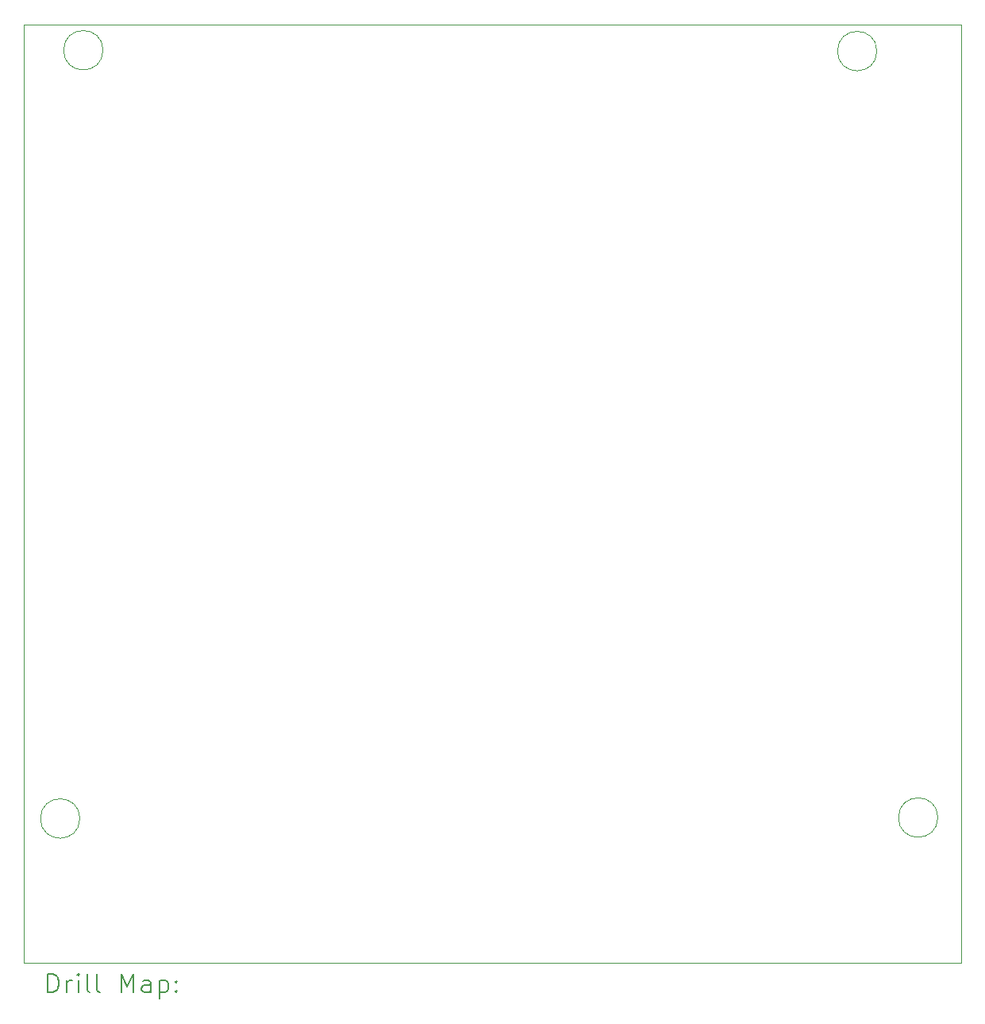
<source format=gbr>
%TF.GenerationSoftware,KiCad,Pcbnew,9.0.0*%
%TF.CreationDate,2025-04-11T05:48:36+10:00*%
%TF.ProjectId,Cable Tester,4361626c-6520-4546-9573-7465722e6b69,rev?*%
%TF.SameCoordinates,Original*%
%TF.FileFunction,Drillmap*%
%TF.FilePolarity,Positive*%
%FSLAX45Y45*%
G04 Gerber Fmt 4.5, Leading zero omitted, Abs format (unit mm)*
G04 Created by KiCad (PCBNEW 9.0.0) date 2025-04-11 05:48:36*
%MOMM*%
%LPD*%
G01*
G04 APERTURE LIST*
%ADD10C,0.050000*%
%ADD11C,0.200000*%
G04 APERTURE END LIST*
D10*
X4341400Y-12197976D02*
G75*
G02*
X3921400Y-12197976I-210000J0D01*
G01*
X3921400Y-12197976D02*
G75*
G02*
X4341400Y-12197976I210000J0D01*
G01*
X4588468Y-4009842D02*
G75*
G02*
X4168468Y-4009842I-210000J0D01*
G01*
X4168468Y-4009842D02*
G75*
G02*
X4588468Y-4009842I210000J0D01*
G01*
X13493625Y-12187934D02*
G75*
G02*
X13073625Y-12187934I-210000J0D01*
G01*
X13073625Y-12187934D02*
G75*
G02*
X13493625Y-12187934I210000J0D01*
G01*
X3742500Y-3737500D02*
X13742500Y-3737500D01*
X13742500Y-13737500D01*
X3742500Y-13737500D01*
X3742500Y-3737500D01*
X12843311Y-4019000D02*
G75*
G02*
X12423311Y-4019000I-210000J0D01*
G01*
X12423311Y-4019000D02*
G75*
G02*
X12843311Y-4019000I210000J0D01*
G01*
D11*
X4000777Y-14051484D02*
X4000777Y-13851484D01*
X4000777Y-13851484D02*
X4048396Y-13851484D01*
X4048396Y-13851484D02*
X4076967Y-13861008D01*
X4076967Y-13861008D02*
X4096015Y-13880055D01*
X4096015Y-13880055D02*
X4105539Y-13899103D01*
X4105539Y-13899103D02*
X4115062Y-13937198D01*
X4115062Y-13937198D02*
X4115062Y-13965769D01*
X4115062Y-13965769D02*
X4105539Y-14003865D01*
X4105539Y-14003865D02*
X4096015Y-14022912D01*
X4096015Y-14022912D02*
X4076967Y-14041960D01*
X4076967Y-14041960D02*
X4048396Y-14051484D01*
X4048396Y-14051484D02*
X4000777Y-14051484D01*
X4200777Y-14051484D02*
X4200777Y-13918150D01*
X4200777Y-13956246D02*
X4210301Y-13937198D01*
X4210301Y-13937198D02*
X4219824Y-13927674D01*
X4219824Y-13927674D02*
X4238872Y-13918150D01*
X4238872Y-13918150D02*
X4257920Y-13918150D01*
X4324586Y-14051484D02*
X4324586Y-13918150D01*
X4324586Y-13851484D02*
X4315063Y-13861008D01*
X4315063Y-13861008D02*
X4324586Y-13870531D01*
X4324586Y-13870531D02*
X4334110Y-13861008D01*
X4334110Y-13861008D02*
X4324586Y-13851484D01*
X4324586Y-13851484D02*
X4324586Y-13870531D01*
X4448396Y-14051484D02*
X4429348Y-14041960D01*
X4429348Y-14041960D02*
X4419824Y-14022912D01*
X4419824Y-14022912D02*
X4419824Y-13851484D01*
X4553158Y-14051484D02*
X4534110Y-14041960D01*
X4534110Y-14041960D02*
X4524586Y-14022912D01*
X4524586Y-14022912D02*
X4524586Y-13851484D01*
X4781729Y-14051484D02*
X4781729Y-13851484D01*
X4781729Y-13851484D02*
X4848396Y-13994341D01*
X4848396Y-13994341D02*
X4915063Y-13851484D01*
X4915063Y-13851484D02*
X4915063Y-14051484D01*
X5096015Y-14051484D02*
X5096015Y-13946722D01*
X5096015Y-13946722D02*
X5086491Y-13927674D01*
X5086491Y-13927674D02*
X5067444Y-13918150D01*
X5067444Y-13918150D02*
X5029348Y-13918150D01*
X5029348Y-13918150D02*
X5010301Y-13927674D01*
X5096015Y-14041960D02*
X5076967Y-14051484D01*
X5076967Y-14051484D02*
X5029348Y-14051484D01*
X5029348Y-14051484D02*
X5010301Y-14041960D01*
X5010301Y-14041960D02*
X5000777Y-14022912D01*
X5000777Y-14022912D02*
X5000777Y-14003865D01*
X5000777Y-14003865D02*
X5010301Y-13984817D01*
X5010301Y-13984817D02*
X5029348Y-13975293D01*
X5029348Y-13975293D02*
X5076967Y-13975293D01*
X5076967Y-13975293D02*
X5096015Y-13965769D01*
X5191253Y-13918150D02*
X5191253Y-14118150D01*
X5191253Y-13927674D02*
X5210301Y-13918150D01*
X5210301Y-13918150D02*
X5248396Y-13918150D01*
X5248396Y-13918150D02*
X5267444Y-13927674D01*
X5267444Y-13927674D02*
X5276967Y-13937198D01*
X5276967Y-13937198D02*
X5286491Y-13956246D01*
X5286491Y-13956246D02*
X5286491Y-14013388D01*
X5286491Y-14013388D02*
X5276967Y-14032436D01*
X5276967Y-14032436D02*
X5267444Y-14041960D01*
X5267444Y-14041960D02*
X5248396Y-14051484D01*
X5248396Y-14051484D02*
X5210301Y-14051484D01*
X5210301Y-14051484D02*
X5191253Y-14041960D01*
X5372205Y-14032436D02*
X5381729Y-14041960D01*
X5381729Y-14041960D02*
X5372205Y-14051484D01*
X5372205Y-14051484D02*
X5362682Y-14041960D01*
X5362682Y-14041960D02*
X5372205Y-14032436D01*
X5372205Y-14032436D02*
X5372205Y-14051484D01*
X5372205Y-13927674D02*
X5381729Y-13937198D01*
X5381729Y-13937198D02*
X5372205Y-13946722D01*
X5372205Y-13946722D02*
X5362682Y-13937198D01*
X5362682Y-13937198D02*
X5372205Y-13927674D01*
X5372205Y-13927674D02*
X5372205Y-13946722D01*
M02*

</source>
